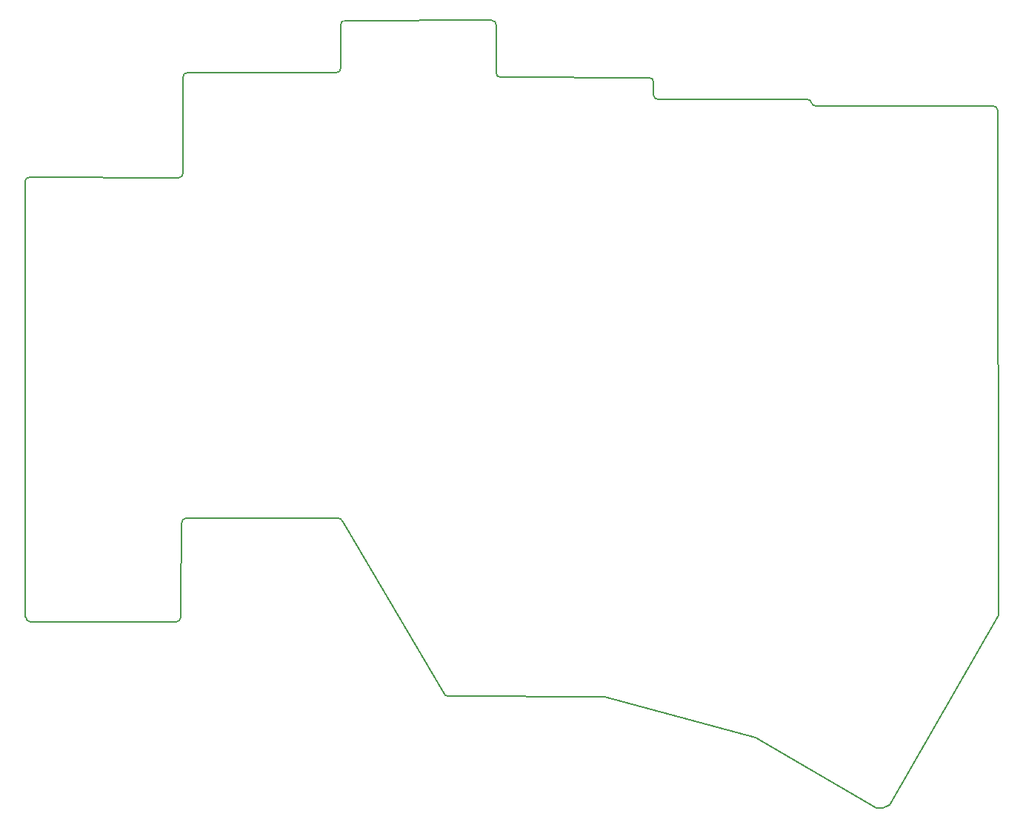
<source format=gm1>
G04 #@! TF.GenerationSoftware,KiCad,Pcbnew,(6.0.0-rc1-307-gc186d1f319)*
G04 #@! TF.CreationDate,2022-03-27T09:47:19+01:00*
G04 #@! TF.ProjectId,chocofi,63686f63-6f66-4692-9e6b-696361645f70,2.1*
G04 #@! TF.SameCoordinates,Original*
G04 #@! TF.FileFunction,Profile,NP*
%FSLAX46Y46*%
G04 Gerber Fmt 4.6, Leading zero omitted, Abs format (unit mm)*
G04 Created by KiCad (PCBNEW (6.0.0-rc1-307-gc186d1f319)) date 2022-03-27 09:47:19*
%MOMM*%
%LPD*%
G01*
G04 APERTURE LIST*
G04 #@! TA.AperFunction,Profile*
%ADD10C,0.150000*%
G04 #@! TD*
G04 APERTURE END LIST*
D10*
X187620000Y-53805000D02*
X167330400Y-53815020D01*
X94515447Y-62020847D02*
X77419200Y-61976000D01*
X175768000Y-133654800D02*
X188214000Y-112014000D01*
X160477200Y-125984000D02*
X174288668Y-133959600D01*
X125374400Y-121240811D02*
X143154400Y-121259600D01*
X166850400Y-53455020D02*
G75*
G03*
X166360498Y-53055000I-489901J-99979D01*
G01*
X166850400Y-53455020D02*
G75*
G03*
X167330400Y-53815020I480000J140000D01*
G01*
X166360498Y-53055000D02*
X149293200Y-53069020D01*
X94515447Y-62020847D02*
G75*
G03*
X95015447Y-61520847I-1J500001D01*
G01*
X95517120Y-50006820D02*
G75*
G03*
X95017120Y-50506820I1J-500001D01*
G01*
X130310000Y-44036200D02*
X113530000Y-44049553D01*
X130810000Y-50053400D02*
X130810000Y-44536200D01*
X148293200Y-50569020D02*
X131310000Y-50553400D01*
X148793200Y-52569020D02*
X148793200Y-51069020D01*
X95017120Y-50506820D02*
X95015447Y-61520847D01*
X112547120Y-50006820D02*
X95517120Y-50006820D01*
X113030000Y-44549553D02*
X113047120Y-49506820D01*
X112547120Y-50006820D02*
G75*
G03*
X113047120Y-49506820I-1J500001D01*
G01*
X113530000Y-44049553D02*
G75*
G03*
X113030000Y-44549553I1J-500001D01*
G01*
X130810000Y-44536200D02*
G75*
G03*
X130310000Y-44036200I-500001J-1D01*
G01*
X130810000Y-50053400D02*
G75*
G03*
X131310000Y-50553400I500001J1D01*
G01*
X148793200Y-51069020D02*
G75*
G03*
X148293200Y-50569020I-500001J-1D01*
G01*
X148793200Y-52569020D02*
G75*
G03*
X149293200Y-53069020I500001J1D01*
G01*
X188120000Y-54305000D02*
G75*
G03*
X187620000Y-53805000I-500001J-1D01*
G01*
X95453200Y-100862652D02*
X112623600Y-100862652D01*
X94792800Y-110744000D02*
X94843600Y-101472252D01*
X113294857Y-101294883D02*
G75*
G03*
X112623600Y-100862652I-671257J-305118D01*
G01*
X125018800Y-121107200D02*
G75*
G03*
X125374400Y-121240811I355600J406402D01*
G01*
X174288668Y-133959599D02*
G75*
G03*
X175768000Y-133654800I440028J1606682D01*
G01*
X77012800Y-93776800D02*
X77012800Y-110744000D01*
X76962000Y-62433200D02*
X77012800Y-76708000D01*
X188120000Y-54305000D02*
X188214000Y-112014000D01*
X94792800Y-112115600D02*
X94792800Y-110744000D01*
X95453200Y-100862652D02*
G75*
G03*
X94843600Y-101472252I1J-609601D01*
G01*
X94132400Y-112776000D02*
G75*
G03*
X94792800Y-112115600I-1J660401D01*
G01*
X77012800Y-112115600D02*
X77012800Y-110744000D01*
X77012800Y-76708000D02*
X77012800Y-93776800D01*
X113294857Y-101294883D02*
X125018800Y-121107200D01*
X77419200Y-61976000D02*
G75*
G03*
X76962000Y-62433200I1J-457201D01*
G01*
X77673200Y-112776000D02*
X94132400Y-112776000D01*
X143154400Y-121259600D02*
X160477200Y-125984000D01*
X77012800Y-112115600D02*
G75*
G03*
X77673200Y-112776000I660401J1D01*
G01*
M02*

</source>
